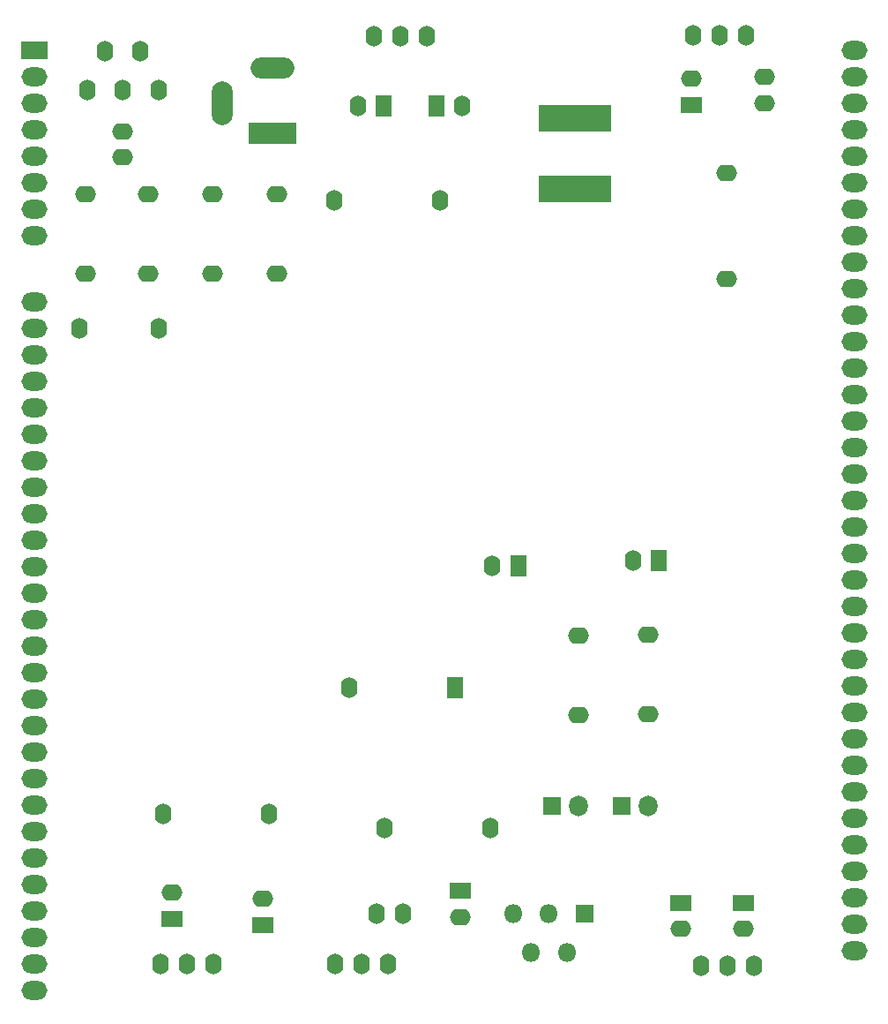
<source format=gbs>
G04 #@! TF.GenerationSoftware,KiCad,Pcbnew,7.0.11-7.0.11~ubuntu22.04.1*
G04 #@! TF.CreationDate,2024-06-01T19:22:32-03:00*
G04 #@! TF.ProjectId,Fonte_tensao_LM675_v05b,466f6e74-655f-4746-956e-73616f5f4c4d,v02*
G04 #@! TF.SameCoordinates,Original*
G04 #@! TF.FileFunction,Soldermask,Bot*
G04 #@! TF.FilePolarity,Negative*
%FSLAX46Y46*%
G04 Gerber Fmt 4.6, Leading zero omitted, Abs format (unit mm)*
G04 Created by KiCad (PCBNEW 7.0.11-7.0.11~ubuntu22.04.1) date 2024-06-01 19:22:32*
%MOMM*%
%LPD*%
G01*
G04 APERTURE LIST*
%ADD10O,1.600000X2.000000*%
%ADD11R,1.600000X2.000000*%
%ADD12O,1.800000X1.800000*%
%ADD13R,1.800000X1.800000*%
%ADD14O,2.000000X1.600000*%
%ADD15R,2.000000X1.600000*%
%ADD16R,7.000000X2.500000*%
%ADD17O,1.800000X2.000000*%
%ADD18O,2.500000X1.800000*%
%ADD19R,2.500000X1.800000*%
%ADD20O,2.000000X4.200000*%
%ADD21O,4.200000X2.000000*%
%ADD22R,4.600000X2.000000*%
G04 APERTURE END LIST*
D10*
X164150000Y-106100000D03*
D11*
X166650000Y-106100000D03*
D10*
X150650000Y-106600000D03*
D11*
X153150000Y-106600000D03*
D12*
X152700000Y-140000000D03*
X154400000Y-143700000D03*
X156100000Y-140000000D03*
X157800000Y-143700000D03*
D13*
X159500000Y-140000000D03*
D10*
X136920000Y-118300000D03*
D11*
X147080000Y-118300000D03*
D14*
X173200000Y-79080000D03*
X173200000Y-68920000D03*
X115200000Y-67450000D03*
X115200000Y-64950000D03*
X117600000Y-78610000D03*
X117600000Y-70990000D03*
D10*
X139321100Y-55850000D03*
X141861100Y-55850000D03*
X144401100Y-55850000D03*
D14*
X111600000Y-70990000D03*
X111600000Y-78610000D03*
D10*
X147800000Y-62500000D03*
D11*
X145300000Y-62500000D03*
D14*
X168800000Y-141428900D03*
D15*
X168800000Y-138928900D03*
D14*
X169800000Y-59900000D03*
D15*
X169800000Y-62400000D03*
D14*
X123800000Y-70990000D03*
X123800000Y-78610000D03*
D10*
X111800000Y-60950000D03*
X113500000Y-57250000D03*
X115200000Y-60950000D03*
X116900000Y-57250000D03*
X118600000Y-60950000D03*
D14*
X130000000Y-78610000D03*
X130000000Y-70990000D03*
D16*
X158600000Y-63700000D03*
X158600000Y-70500000D03*
D13*
X163125000Y-129660000D03*
D17*
X165665000Y-129660000D03*
D18*
X185420000Y-57150000D03*
X185420000Y-59690000D03*
X185420000Y-62230000D03*
X185420000Y-64770000D03*
X185420000Y-67310000D03*
X185420000Y-69850000D03*
X185420000Y-72390000D03*
X185420000Y-74930000D03*
X185420000Y-77470000D03*
X185420000Y-80010000D03*
X185420000Y-82550000D03*
X185420000Y-85090000D03*
X185420000Y-87630000D03*
X185420000Y-90170000D03*
X185420000Y-92710000D03*
X185420000Y-95250000D03*
X185420000Y-97790000D03*
X185420000Y-100330000D03*
X185420000Y-102870000D03*
X185420000Y-105410000D03*
X185420000Y-107950000D03*
X185420000Y-110490000D03*
X185420000Y-113030000D03*
X185420000Y-115570000D03*
X185420000Y-118110000D03*
X185420000Y-120650000D03*
X185420000Y-123190000D03*
X185420000Y-125730000D03*
X185420000Y-128270000D03*
X185420000Y-130810000D03*
X185420000Y-133350000D03*
X185420000Y-135890000D03*
X185420000Y-138430000D03*
X185420000Y-140970000D03*
X185420000Y-143510000D03*
D14*
X174800000Y-141428900D03*
D15*
X174800000Y-138928900D03*
D14*
X128650000Y-138571100D03*
D15*
X128650000Y-141071100D03*
D10*
X123880000Y-144800000D03*
X121340000Y-144800000D03*
X118800000Y-144800000D03*
D13*
X156400000Y-129660000D03*
D17*
X158940000Y-129660000D03*
D10*
X137742200Y-62500000D03*
D11*
X140242200Y-62500000D03*
D19*
X106680000Y-57150000D03*
D18*
X106680000Y-59690000D03*
X106680000Y-62230000D03*
X106680000Y-64770000D03*
X106680000Y-67310000D03*
X106680000Y-69850000D03*
X106680000Y-72390000D03*
X106680000Y-74930000D03*
X106680000Y-81280000D03*
X106680000Y-83820000D03*
X106680000Y-86360000D03*
X106680000Y-88900000D03*
X106680000Y-91440000D03*
X106680000Y-93980000D03*
X106680000Y-96520000D03*
X106680000Y-99060000D03*
X106680000Y-101600000D03*
X106680000Y-104140000D03*
X106680000Y-106680000D03*
X106680000Y-109220000D03*
X106680000Y-111760000D03*
X106680000Y-114300000D03*
X106680000Y-116840000D03*
X106680000Y-119380000D03*
X106680000Y-121920000D03*
X106680000Y-124460000D03*
X106680000Y-127000000D03*
X106680000Y-129540000D03*
X106680000Y-132080000D03*
X106680000Y-134620000D03*
X106680000Y-137160000D03*
X106680000Y-139700000D03*
X106680000Y-142240000D03*
X106680000Y-144780000D03*
X106680000Y-147320000D03*
D10*
X129180000Y-130400000D03*
X119020000Y-130400000D03*
X140320000Y-131800000D03*
X150480000Y-131800000D03*
X175790000Y-145000000D03*
X173250000Y-145000000D03*
X170710000Y-145000000D03*
D14*
X176800000Y-59750000D03*
X176800000Y-62250000D03*
X165594700Y-113241200D03*
X165594700Y-120861200D03*
X147600000Y-140300000D03*
D15*
X147600000Y-137800000D03*
D10*
X110990000Y-83800000D03*
X118610000Y-83800000D03*
X145680000Y-71600000D03*
X135520000Y-71600000D03*
X169910000Y-55695000D03*
X172450000Y-55695000D03*
X174990000Y-55695000D03*
X142050000Y-140000000D03*
X139550000Y-140000000D03*
D14*
X119900000Y-137978600D03*
D15*
X119900000Y-140478600D03*
D10*
X140680000Y-144800000D03*
X138140000Y-144800000D03*
X135600000Y-144800000D03*
D20*
X124750000Y-62250000D03*
D21*
X129550000Y-58850000D03*
D22*
X129550000Y-65150000D03*
D14*
X158900000Y-113290000D03*
X158900000Y-120910000D03*
M02*

</source>
